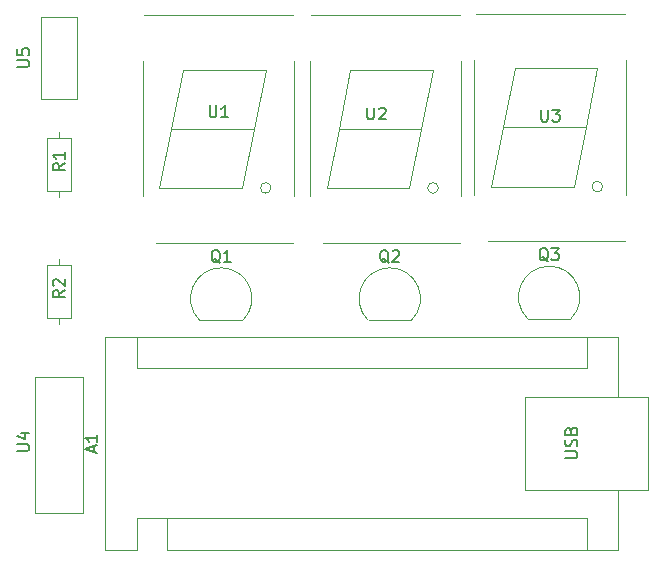
<source format=gbr>
%TF.GenerationSoftware,KiCad,Pcbnew,7.0.1-3b83917a11~171~ubuntu22.04.1*%
%TF.CreationDate,2023-04-03T10:37:19-06:00*%
%TF.ProjectId,temp_reader,74656d70-5f72-4656-9164-65722e6b6963,rev?*%
%TF.SameCoordinates,Original*%
%TF.FileFunction,Legend,Top*%
%TF.FilePolarity,Positive*%
%FSLAX46Y46*%
G04 Gerber Fmt 4.6, Leading zero omitted, Abs format (unit mm)*
G04 Created by KiCad (PCBNEW 7.0.1-3b83917a11~171~ubuntu22.04.1) date 2023-04-03 10:37:19*
%MOMM*%
%LPD*%
G01*
G04 APERTURE LIST*
%ADD10C,0.150000*%
%ADD11C,0.100000*%
%ADD12C,0.120000*%
G04 APERTURE END LIST*
D10*
%TO.C,R2*%
X123462619Y-82666666D02*
X122986428Y-82999999D01*
X123462619Y-83238094D02*
X122462619Y-83238094D01*
X122462619Y-83238094D02*
X122462619Y-82857142D01*
X122462619Y-82857142D02*
X122510238Y-82761904D01*
X122510238Y-82761904D02*
X122557857Y-82714285D01*
X122557857Y-82714285D02*
X122653095Y-82666666D01*
X122653095Y-82666666D02*
X122795952Y-82666666D01*
X122795952Y-82666666D02*
X122891190Y-82714285D01*
X122891190Y-82714285D02*
X122938809Y-82761904D01*
X122938809Y-82761904D02*
X122986428Y-82857142D01*
X122986428Y-82857142D02*
X122986428Y-83238094D01*
X122557857Y-82285713D02*
X122510238Y-82238094D01*
X122510238Y-82238094D02*
X122462619Y-82142856D01*
X122462619Y-82142856D02*
X122462619Y-81904761D01*
X122462619Y-81904761D02*
X122510238Y-81809523D01*
X122510238Y-81809523D02*
X122557857Y-81761904D01*
X122557857Y-81761904D02*
X122653095Y-81714285D01*
X122653095Y-81714285D02*
X122748333Y-81714285D01*
X122748333Y-81714285D02*
X122891190Y-81761904D01*
X122891190Y-81761904D02*
X123462619Y-82333332D01*
X123462619Y-82333332D02*
X123462619Y-81714285D01*
%TO.C,U4*%
X119462619Y-96261904D02*
X120272142Y-96261904D01*
X120272142Y-96261904D02*
X120367380Y-96214285D01*
X120367380Y-96214285D02*
X120415000Y-96166666D01*
X120415000Y-96166666D02*
X120462619Y-96071428D01*
X120462619Y-96071428D02*
X120462619Y-95880952D01*
X120462619Y-95880952D02*
X120415000Y-95785714D01*
X120415000Y-95785714D02*
X120367380Y-95738095D01*
X120367380Y-95738095D02*
X120272142Y-95690476D01*
X120272142Y-95690476D02*
X119462619Y-95690476D01*
X119795952Y-94785714D02*
X120462619Y-94785714D01*
X119415000Y-95023809D02*
X120129285Y-95261904D01*
X120129285Y-95261904D02*
X120129285Y-94642857D01*
%TO.C,R1*%
X123462619Y-71916666D02*
X122986428Y-72249999D01*
X123462619Y-72488094D02*
X122462619Y-72488094D01*
X122462619Y-72488094D02*
X122462619Y-72107142D01*
X122462619Y-72107142D02*
X122510238Y-72011904D01*
X122510238Y-72011904D02*
X122557857Y-71964285D01*
X122557857Y-71964285D02*
X122653095Y-71916666D01*
X122653095Y-71916666D02*
X122795952Y-71916666D01*
X122795952Y-71916666D02*
X122891190Y-71964285D01*
X122891190Y-71964285D02*
X122938809Y-72011904D01*
X122938809Y-72011904D02*
X122986428Y-72107142D01*
X122986428Y-72107142D02*
X122986428Y-72488094D01*
X123462619Y-70964285D02*
X123462619Y-71535713D01*
X123462619Y-71249999D02*
X122462619Y-71249999D01*
X122462619Y-71249999D02*
X122605476Y-71345237D01*
X122605476Y-71345237D02*
X122700714Y-71440475D01*
X122700714Y-71440475D02*
X122748333Y-71535713D01*
%TO.C,U5*%
X119462619Y-63761904D02*
X120272142Y-63761904D01*
X120272142Y-63761904D02*
X120367380Y-63714285D01*
X120367380Y-63714285D02*
X120415000Y-63666666D01*
X120415000Y-63666666D02*
X120462619Y-63571428D01*
X120462619Y-63571428D02*
X120462619Y-63380952D01*
X120462619Y-63380952D02*
X120415000Y-63285714D01*
X120415000Y-63285714D02*
X120367380Y-63238095D01*
X120367380Y-63238095D02*
X120272142Y-63190476D01*
X120272142Y-63190476D02*
X119462619Y-63190476D01*
X119462619Y-62238095D02*
X119462619Y-62714285D01*
X119462619Y-62714285D02*
X119938809Y-62761904D01*
X119938809Y-62761904D02*
X119891190Y-62714285D01*
X119891190Y-62714285D02*
X119843571Y-62619047D01*
X119843571Y-62619047D02*
X119843571Y-62380952D01*
X119843571Y-62380952D02*
X119891190Y-62285714D01*
X119891190Y-62285714D02*
X119938809Y-62238095D01*
X119938809Y-62238095D02*
X120034047Y-62190476D01*
X120034047Y-62190476D02*
X120272142Y-62190476D01*
X120272142Y-62190476D02*
X120367380Y-62238095D01*
X120367380Y-62238095D02*
X120415000Y-62285714D01*
X120415000Y-62285714D02*
X120462619Y-62380952D01*
X120462619Y-62380952D02*
X120462619Y-62619047D01*
X120462619Y-62619047D02*
X120415000Y-62714285D01*
X120415000Y-62714285D02*
X120367380Y-62761904D01*
%TO.C,Q2*%
X150904761Y-80357857D02*
X150809523Y-80310238D01*
X150809523Y-80310238D02*
X150714285Y-80215000D01*
X150714285Y-80215000D02*
X150571428Y-80072142D01*
X150571428Y-80072142D02*
X150476190Y-80024523D01*
X150476190Y-80024523D02*
X150380952Y-80024523D01*
X150428571Y-80262619D02*
X150333333Y-80215000D01*
X150333333Y-80215000D02*
X150238095Y-80119761D01*
X150238095Y-80119761D02*
X150190476Y-79929285D01*
X150190476Y-79929285D02*
X150190476Y-79595952D01*
X150190476Y-79595952D02*
X150238095Y-79405476D01*
X150238095Y-79405476D02*
X150333333Y-79310238D01*
X150333333Y-79310238D02*
X150428571Y-79262619D01*
X150428571Y-79262619D02*
X150619047Y-79262619D01*
X150619047Y-79262619D02*
X150714285Y-79310238D01*
X150714285Y-79310238D02*
X150809523Y-79405476D01*
X150809523Y-79405476D02*
X150857142Y-79595952D01*
X150857142Y-79595952D02*
X150857142Y-79929285D01*
X150857142Y-79929285D02*
X150809523Y-80119761D01*
X150809523Y-80119761D02*
X150714285Y-80215000D01*
X150714285Y-80215000D02*
X150619047Y-80262619D01*
X150619047Y-80262619D02*
X150428571Y-80262619D01*
X151238095Y-79357857D02*
X151285714Y-79310238D01*
X151285714Y-79310238D02*
X151380952Y-79262619D01*
X151380952Y-79262619D02*
X151619047Y-79262619D01*
X151619047Y-79262619D02*
X151714285Y-79310238D01*
X151714285Y-79310238D02*
X151761904Y-79357857D01*
X151761904Y-79357857D02*
X151809523Y-79453095D01*
X151809523Y-79453095D02*
X151809523Y-79548333D01*
X151809523Y-79548333D02*
X151761904Y-79691190D01*
X151761904Y-79691190D02*
X151190476Y-80262619D01*
X151190476Y-80262619D02*
X151809523Y-80262619D01*
%TO.C,Q3*%
X164404761Y-80217857D02*
X164309523Y-80170238D01*
X164309523Y-80170238D02*
X164214285Y-80075000D01*
X164214285Y-80075000D02*
X164071428Y-79932142D01*
X164071428Y-79932142D02*
X163976190Y-79884523D01*
X163976190Y-79884523D02*
X163880952Y-79884523D01*
X163928571Y-80122619D02*
X163833333Y-80075000D01*
X163833333Y-80075000D02*
X163738095Y-79979761D01*
X163738095Y-79979761D02*
X163690476Y-79789285D01*
X163690476Y-79789285D02*
X163690476Y-79455952D01*
X163690476Y-79455952D02*
X163738095Y-79265476D01*
X163738095Y-79265476D02*
X163833333Y-79170238D01*
X163833333Y-79170238D02*
X163928571Y-79122619D01*
X163928571Y-79122619D02*
X164119047Y-79122619D01*
X164119047Y-79122619D02*
X164214285Y-79170238D01*
X164214285Y-79170238D02*
X164309523Y-79265476D01*
X164309523Y-79265476D02*
X164357142Y-79455952D01*
X164357142Y-79455952D02*
X164357142Y-79789285D01*
X164357142Y-79789285D02*
X164309523Y-79979761D01*
X164309523Y-79979761D02*
X164214285Y-80075000D01*
X164214285Y-80075000D02*
X164119047Y-80122619D01*
X164119047Y-80122619D02*
X163928571Y-80122619D01*
X164690476Y-79122619D02*
X165309523Y-79122619D01*
X165309523Y-79122619D02*
X164976190Y-79503571D01*
X164976190Y-79503571D02*
X165119047Y-79503571D01*
X165119047Y-79503571D02*
X165214285Y-79551190D01*
X165214285Y-79551190D02*
X165261904Y-79598809D01*
X165261904Y-79598809D02*
X165309523Y-79694047D01*
X165309523Y-79694047D02*
X165309523Y-79932142D01*
X165309523Y-79932142D02*
X165261904Y-80027380D01*
X165261904Y-80027380D02*
X165214285Y-80075000D01*
X165214285Y-80075000D02*
X165119047Y-80122619D01*
X165119047Y-80122619D02*
X164833333Y-80122619D01*
X164833333Y-80122619D02*
X164738095Y-80075000D01*
X164738095Y-80075000D02*
X164690476Y-80027380D01*
%TO.C,A1*%
X125936904Y-96334285D02*
X125936904Y-95858095D01*
X126222619Y-96429523D02*
X125222619Y-96096190D01*
X125222619Y-96096190D02*
X126222619Y-95762857D01*
X126222619Y-94905714D02*
X126222619Y-95477142D01*
X126222619Y-95191428D02*
X125222619Y-95191428D01*
X125222619Y-95191428D02*
X125365476Y-95286666D01*
X125365476Y-95286666D02*
X125460714Y-95381904D01*
X125460714Y-95381904D02*
X125508333Y-95477142D01*
X165862619Y-96881904D02*
X166672142Y-96881904D01*
X166672142Y-96881904D02*
X166767380Y-96834285D01*
X166767380Y-96834285D02*
X166815000Y-96786666D01*
X166815000Y-96786666D02*
X166862619Y-96691428D01*
X166862619Y-96691428D02*
X166862619Y-96500952D01*
X166862619Y-96500952D02*
X166815000Y-96405714D01*
X166815000Y-96405714D02*
X166767380Y-96358095D01*
X166767380Y-96358095D02*
X166672142Y-96310476D01*
X166672142Y-96310476D02*
X165862619Y-96310476D01*
X166815000Y-95881904D02*
X166862619Y-95739047D01*
X166862619Y-95739047D02*
X166862619Y-95500952D01*
X166862619Y-95500952D02*
X166815000Y-95405714D01*
X166815000Y-95405714D02*
X166767380Y-95358095D01*
X166767380Y-95358095D02*
X166672142Y-95310476D01*
X166672142Y-95310476D02*
X166576904Y-95310476D01*
X166576904Y-95310476D02*
X166481666Y-95358095D01*
X166481666Y-95358095D02*
X166434047Y-95405714D01*
X166434047Y-95405714D02*
X166386428Y-95500952D01*
X166386428Y-95500952D02*
X166338809Y-95691428D01*
X166338809Y-95691428D02*
X166291190Y-95786666D01*
X166291190Y-95786666D02*
X166243571Y-95834285D01*
X166243571Y-95834285D02*
X166148333Y-95881904D01*
X166148333Y-95881904D02*
X166053095Y-95881904D01*
X166053095Y-95881904D02*
X165957857Y-95834285D01*
X165957857Y-95834285D02*
X165910238Y-95786666D01*
X165910238Y-95786666D02*
X165862619Y-95691428D01*
X165862619Y-95691428D02*
X165862619Y-95453333D01*
X165862619Y-95453333D02*
X165910238Y-95310476D01*
X166338809Y-94548571D02*
X166386428Y-94405714D01*
X166386428Y-94405714D02*
X166434047Y-94358095D01*
X166434047Y-94358095D02*
X166529285Y-94310476D01*
X166529285Y-94310476D02*
X166672142Y-94310476D01*
X166672142Y-94310476D02*
X166767380Y-94358095D01*
X166767380Y-94358095D02*
X166815000Y-94405714D01*
X166815000Y-94405714D02*
X166862619Y-94500952D01*
X166862619Y-94500952D02*
X166862619Y-94881904D01*
X166862619Y-94881904D02*
X165862619Y-94881904D01*
X165862619Y-94881904D02*
X165862619Y-94548571D01*
X165862619Y-94548571D02*
X165910238Y-94453333D01*
X165910238Y-94453333D02*
X165957857Y-94405714D01*
X165957857Y-94405714D02*
X166053095Y-94358095D01*
X166053095Y-94358095D02*
X166148333Y-94358095D01*
X166148333Y-94358095D02*
X166243571Y-94405714D01*
X166243571Y-94405714D02*
X166291190Y-94453333D01*
X166291190Y-94453333D02*
X166338809Y-94548571D01*
X166338809Y-94548571D02*
X166338809Y-94881904D01*
%TO.C,U2*%
X149098095Y-67192619D02*
X149098095Y-68002142D01*
X149098095Y-68002142D02*
X149145714Y-68097380D01*
X149145714Y-68097380D02*
X149193333Y-68145000D01*
X149193333Y-68145000D02*
X149288571Y-68192619D01*
X149288571Y-68192619D02*
X149479047Y-68192619D01*
X149479047Y-68192619D02*
X149574285Y-68145000D01*
X149574285Y-68145000D02*
X149621904Y-68097380D01*
X149621904Y-68097380D02*
X149669523Y-68002142D01*
X149669523Y-68002142D02*
X149669523Y-67192619D01*
X150098095Y-67287857D02*
X150145714Y-67240238D01*
X150145714Y-67240238D02*
X150240952Y-67192619D01*
X150240952Y-67192619D02*
X150479047Y-67192619D01*
X150479047Y-67192619D02*
X150574285Y-67240238D01*
X150574285Y-67240238D02*
X150621904Y-67287857D01*
X150621904Y-67287857D02*
X150669523Y-67383095D01*
X150669523Y-67383095D02*
X150669523Y-67478333D01*
X150669523Y-67478333D02*
X150621904Y-67621190D01*
X150621904Y-67621190D02*
X150050476Y-68192619D01*
X150050476Y-68192619D02*
X150669523Y-68192619D01*
%TO.C,U3*%
X163818095Y-67375571D02*
X163818095Y-68185094D01*
X163818095Y-68185094D02*
X163865714Y-68280332D01*
X163865714Y-68280332D02*
X163913333Y-68327952D01*
X163913333Y-68327952D02*
X164008571Y-68375571D01*
X164008571Y-68375571D02*
X164199047Y-68375571D01*
X164199047Y-68375571D02*
X164294285Y-68327952D01*
X164294285Y-68327952D02*
X164341904Y-68280332D01*
X164341904Y-68280332D02*
X164389523Y-68185094D01*
X164389523Y-68185094D02*
X164389523Y-67375571D01*
X164770476Y-67375571D02*
X165389523Y-67375571D01*
X165389523Y-67375571D02*
X165056190Y-67756523D01*
X165056190Y-67756523D02*
X165199047Y-67756523D01*
X165199047Y-67756523D02*
X165294285Y-67804142D01*
X165294285Y-67804142D02*
X165341904Y-67851761D01*
X165341904Y-67851761D02*
X165389523Y-67946999D01*
X165389523Y-67946999D02*
X165389523Y-68185094D01*
X165389523Y-68185094D02*
X165341904Y-68280332D01*
X165341904Y-68280332D02*
X165294285Y-68327952D01*
X165294285Y-68327952D02*
X165199047Y-68375571D01*
X165199047Y-68375571D02*
X164913333Y-68375571D01*
X164913333Y-68375571D02*
X164818095Y-68327952D01*
X164818095Y-68327952D02*
X164770476Y-68280332D01*
%TO.C,Q1*%
X136634761Y-80357857D02*
X136539523Y-80310238D01*
X136539523Y-80310238D02*
X136444285Y-80215000D01*
X136444285Y-80215000D02*
X136301428Y-80072142D01*
X136301428Y-80072142D02*
X136206190Y-80024523D01*
X136206190Y-80024523D02*
X136110952Y-80024523D01*
X136158571Y-80262619D02*
X136063333Y-80215000D01*
X136063333Y-80215000D02*
X135968095Y-80119761D01*
X135968095Y-80119761D02*
X135920476Y-79929285D01*
X135920476Y-79929285D02*
X135920476Y-79595952D01*
X135920476Y-79595952D02*
X135968095Y-79405476D01*
X135968095Y-79405476D02*
X136063333Y-79310238D01*
X136063333Y-79310238D02*
X136158571Y-79262619D01*
X136158571Y-79262619D02*
X136349047Y-79262619D01*
X136349047Y-79262619D02*
X136444285Y-79310238D01*
X136444285Y-79310238D02*
X136539523Y-79405476D01*
X136539523Y-79405476D02*
X136587142Y-79595952D01*
X136587142Y-79595952D02*
X136587142Y-79929285D01*
X136587142Y-79929285D02*
X136539523Y-80119761D01*
X136539523Y-80119761D02*
X136444285Y-80215000D01*
X136444285Y-80215000D02*
X136349047Y-80262619D01*
X136349047Y-80262619D02*
X136158571Y-80262619D01*
X137539523Y-80262619D02*
X136968095Y-80262619D01*
X137253809Y-80262619D02*
X137253809Y-79262619D01*
X137253809Y-79262619D02*
X137158571Y-79405476D01*
X137158571Y-79405476D02*
X137063333Y-79500714D01*
X137063333Y-79500714D02*
X136968095Y-79548333D01*
%TO.C,U1*%
X135738095Y-67002619D02*
X135738095Y-67812142D01*
X135738095Y-67812142D02*
X135785714Y-67907380D01*
X135785714Y-67907380D02*
X135833333Y-67955000D01*
X135833333Y-67955000D02*
X135928571Y-68002619D01*
X135928571Y-68002619D02*
X136119047Y-68002619D01*
X136119047Y-68002619D02*
X136214285Y-67955000D01*
X136214285Y-67955000D02*
X136261904Y-67907380D01*
X136261904Y-67907380D02*
X136309523Y-67812142D01*
X136309523Y-67812142D02*
X136309523Y-67002619D01*
X137309523Y-68002619D02*
X136738095Y-68002619D01*
X137023809Y-68002619D02*
X137023809Y-67002619D01*
X137023809Y-67002619D02*
X136928571Y-67145476D01*
X136928571Y-67145476D02*
X136833333Y-67240714D01*
X136833333Y-67240714D02*
X136738095Y-67288333D01*
D11*
%TO.C,R2*%
X123000000Y-85000000D02*
X123000000Y-85500000D01*
X123000000Y-80000000D02*
X123000000Y-80500000D01*
X122000000Y-85000000D02*
X124000000Y-85000000D01*
X124000000Y-85000000D02*
X124000000Y-80500000D01*
X124000000Y-80500000D02*
X122000000Y-80500000D01*
X122000000Y-80500000D02*
X122000000Y-85000000D01*
%TO.C,U4*%
X125000000Y-101500000D02*
X121000000Y-101500000D01*
X121000000Y-101500000D02*
X121000000Y-90000000D01*
X121000000Y-90000000D02*
X125000000Y-90000000D01*
X125000000Y-90000000D02*
X125000000Y-101500000D01*
%TO.C,R1*%
X123000000Y-74250000D02*
X123000000Y-74750000D01*
X123000000Y-69250000D02*
X123000000Y-69750000D01*
X122000000Y-74250000D02*
X124000000Y-74250000D01*
X124000000Y-74250000D02*
X124000000Y-69750000D01*
X124000000Y-69750000D02*
X122000000Y-69750000D01*
X122000000Y-69750000D02*
X122000000Y-74250000D01*
D12*
%TO.C,U5*%
X121500000Y-59500000D02*
X124500000Y-59500000D01*
X124500000Y-59500000D02*
X124500000Y-66500000D01*
X124500000Y-66500000D02*
X121500000Y-66500000D01*
X121500000Y-66500000D02*
X121500000Y-59500000D01*
%TO.C,Q2*%
X152838478Y-85198478D02*
G75*
G03*
X151000000Y-80760000I-1838478J1838478D01*
G01*
X151000000Y-80760000D02*
G75*
G03*
X149161522Y-85198478I0J-2600000D01*
G01*
X149200000Y-85210000D02*
X152800000Y-85210000D01*
%TO.C,Q3*%
X166338478Y-85058478D02*
G75*
G03*
X164500000Y-80620000I-1838478J1838478D01*
G01*
X164500000Y-80620000D02*
G75*
G03*
X162661522Y-85058478I0J-2600000D01*
G01*
X162700000Y-85070000D02*
X166300000Y-85070000D01*
%TO.C,A1*%
X126900000Y-104640000D02*
X129570000Y-104640000D01*
X132110000Y-104640000D02*
X170340000Y-104640000D01*
X170340000Y-104640000D02*
X170340000Y-99560000D01*
X129570000Y-101970000D02*
X129570000Y-104640000D01*
X132110000Y-101970000D02*
X132110000Y-104640000D01*
X132110000Y-101970000D02*
X129570000Y-101970000D01*
X132110000Y-101970000D02*
X167670000Y-101970000D01*
X167670000Y-101970000D02*
X167670000Y-104640000D01*
X162460000Y-99560000D02*
X162460000Y-91680000D01*
X172880000Y-99560000D02*
X162460000Y-99560000D01*
X162460000Y-91680000D02*
X172880000Y-91680000D01*
X172880000Y-91680000D02*
X172880000Y-99560000D01*
X129570000Y-89270000D02*
X167670000Y-89270000D01*
X129570000Y-89270000D02*
X129570000Y-86600000D01*
X167670000Y-89270000D02*
X167670000Y-86600000D01*
X126900000Y-86600000D02*
X126900000Y-104640000D01*
X170340000Y-86600000D02*
X170340000Y-91680000D01*
X170340000Y-86600000D02*
X126900000Y-86600000D01*
%TO.C,U2*%
X145360000Y-78635000D02*
X156960000Y-78635000D01*
X144250000Y-74715000D02*
X144250000Y-63285000D01*
X157070000Y-74715000D02*
X157070000Y-63285000D01*
X145660000Y-74000000D02*
X152660000Y-74000000D01*
X152660000Y-74000000D02*
X153660000Y-69000000D01*
X146660000Y-69000000D02*
X145660000Y-74000000D01*
X153660000Y-69000000D02*
X146660000Y-69000000D01*
X147660000Y-64000000D02*
X146660000Y-69000000D01*
X147660000Y-64000000D02*
X154660000Y-64000000D01*
X154660000Y-64000000D02*
X153660000Y-69000000D01*
X156960000Y-59365000D02*
X144360000Y-59365000D01*
X155107214Y-74000000D02*
G75*
G03*
X155107214Y-74000000I-447214J0D01*
G01*
%TO.C,U3*%
X159280000Y-78515000D02*
X170880000Y-78515000D01*
X158170000Y-74595000D02*
X158170000Y-63165000D01*
X170990000Y-74595000D02*
X170990000Y-63165000D01*
X159580000Y-73880000D02*
X166580000Y-73880000D01*
X166580000Y-73880000D02*
X167580000Y-68880000D01*
X160580000Y-68880000D02*
X159580000Y-73880000D01*
X167580000Y-68880000D02*
X160580000Y-68880000D01*
X161580000Y-63880000D02*
X160580000Y-68880000D01*
X161580000Y-63880000D02*
X168580000Y-63880000D01*
X168580000Y-63880000D02*
X167580000Y-68880000D01*
X170880000Y-59245000D02*
X158280000Y-59245000D01*
X169027214Y-73880000D02*
G75*
G03*
X169027214Y-73880000I-447214J0D01*
G01*
%TO.C,Q1*%
X138568478Y-85198478D02*
G75*
G03*
X136730000Y-80760000I-1838478J1838478D01*
G01*
X136730000Y-80760000D02*
G75*
G03*
X134891522Y-85198478I0J-2600000D01*
G01*
X134930000Y-85210000D02*
X138530000Y-85210000D01*
%TO.C,U1*%
X131200000Y-78635000D02*
X142800000Y-78635000D01*
X130090000Y-74715000D02*
X130090000Y-63285000D01*
X142910000Y-74715000D02*
X142910000Y-63285000D01*
X131500000Y-74000000D02*
X138500000Y-74000000D01*
X138500000Y-74000000D02*
X139500000Y-69000000D01*
X132500000Y-69000000D02*
X131500000Y-74000000D01*
X139500000Y-69000000D02*
X132500000Y-69000000D01*
X133500000Y-64000000D02*
X132500000Y-69000000D01*
X133500000Y-64000000D02*
X140500000Y-64000000D01*
X140500000Y-64000000D02*
X139500000Y-69000000D01*
X142800000Y-59365000D02*
X130200000Y-59365000D01*
X140947214Y-74000000D02*
G75*
G03*
X140947214Y-74000000I-447214J0D01*
G01*
%TD*%
M02*

</source>
